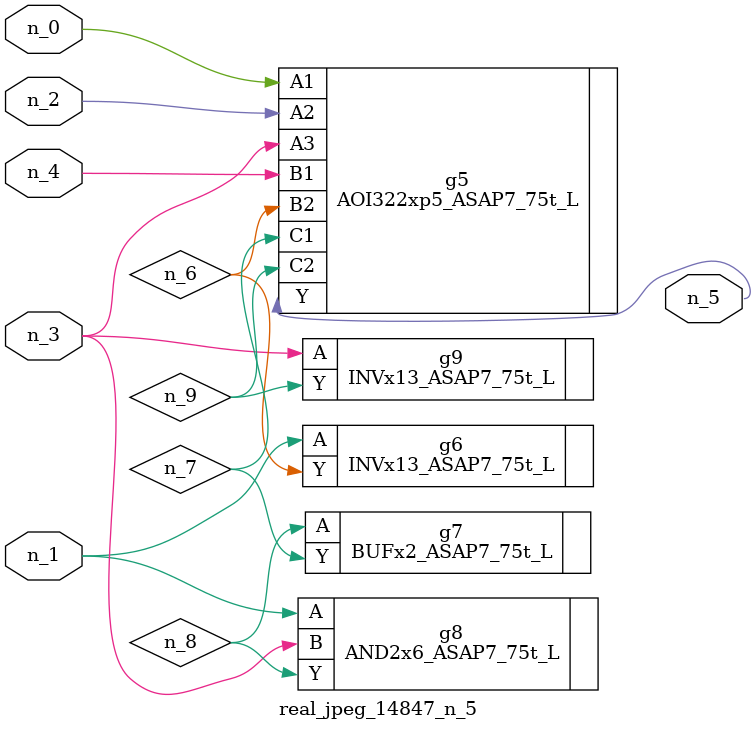
<source format=v>
module real_jpeg_14847_n_5 (n_4, n_0, n_1, n_2, n_3, n_5);

input n_4;
input n_0;
input n_1;
input n_2;
input n_3;

output n_5;

wire n_8;
wire n_6;
wire n_7;
wire n_9;

AOI322xp5_ASAP7_75t_L g5 ( 
.A1(n_0),
.A2(n_2),
.A3(n_3),
.B1(n_4),
.B2(n_6),
.C1(n_7),
.C2(n_9),
.Y(n_5)
);

INVx13_ASAP7_75t_L g6 ( 
.A(n_1),
.Y(n_6)
);

AND2x6_ASAP7_75t_L g8 ( 
.A(n_1),
.B(n_3),
.Y(n_8)
);

INVx13_ASAP7_75t_L g9 ( 
.A(n_3),
.Y(n_9)
);

BUFx2_ASAP7_75t_L g7 ( 
.A(n_8),
.Y(n_7)
);


endmodule
</source>
